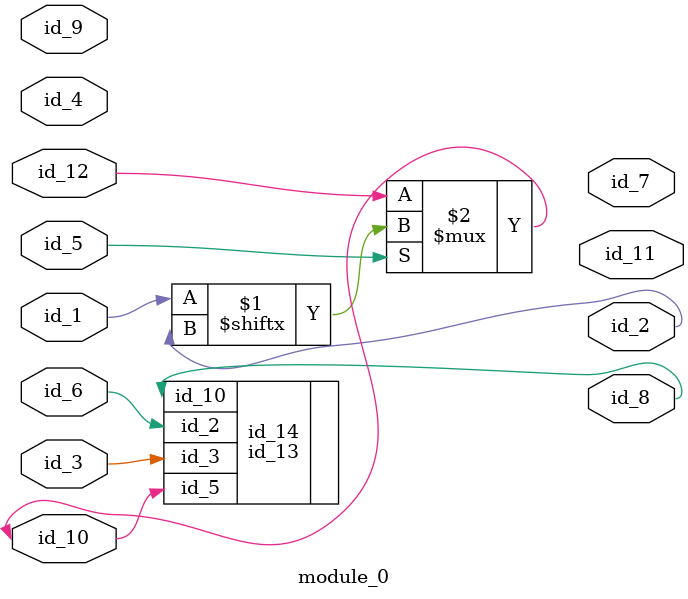
<source format=v>
module module_0 (
    id_1,
    id_2,
    id_3,
    id_4,
    id_5,
    id_6,
    id_7,
    id_8,
    id_9,
    id_10,
    id_11,
    id_12
);
  input id_12;
  output id_11;
  input id_10;
  input id_9;
  output id_8;
  output id_7;
  input id_6;
  input id_5;
  input id_4;
  input id_3;
  output id_2;
  input id_1;
  assign id_10 = id_5 ? id_1[id_2] : id_12;
  id_13 id_14 (
      .id_3 (id_3),
      .id_2 (id_6),
      .id_5 (id_10 & id_10),
      .id_10(id_8)
  );
endmodule

</source>
